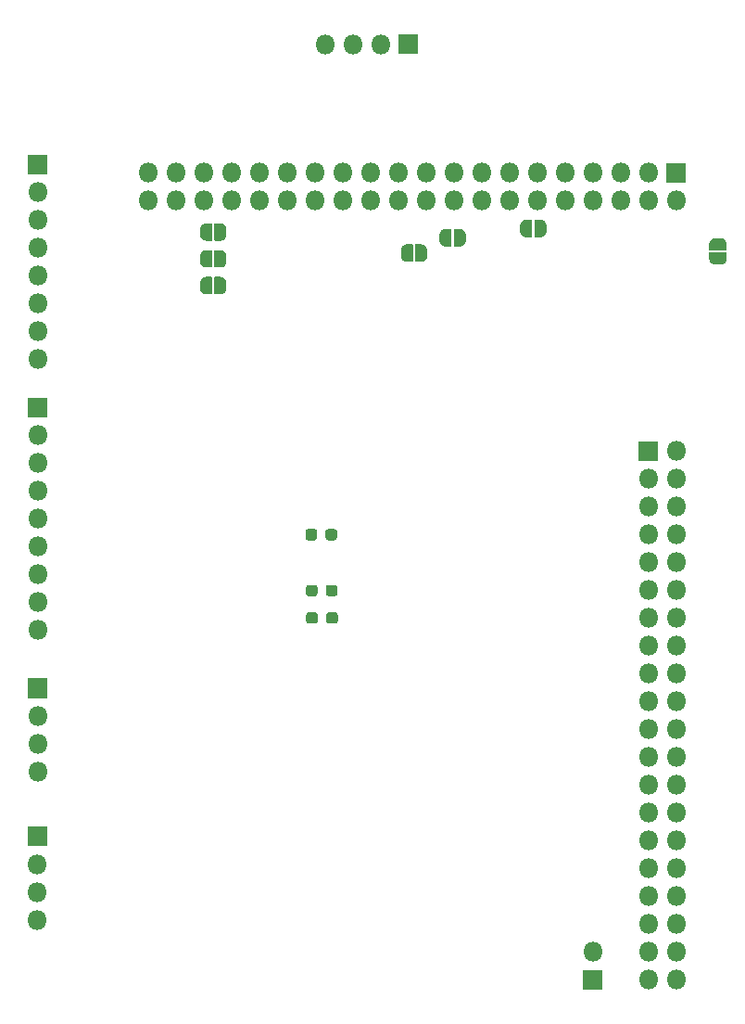
<source format=gts>
G04 #@! TF.GenerationSoftware,KiCad,Pcbnew,(5.1.10-1-10_14)*
G04 #@! TF.CreationDate,2021-10-14T13:31:25-04:00*
G04 #@! TF.ProjectId,TR108 Mainboard,54523130-3820-44d6-9169-6e626f617264,1*
G04 #@! TF.SameCoordinates,Original*
G04 #@! TF.FileFunction,Soldermask,Top*
G04 #@! TF.FilePolarity,Negative*
%FSLAX46Y46*%
G04 Gerber Fmt 4.6, Leading zero omitted, Abs format (unit mm)*
G04 Created by KiCad (PCBNEW (5.1.10-1-10_14)) date 2021-10-14 13:31:25*
%MOMM*%
%LPD*%
G01*
G04 APERTURE LIST*
%ADD10O,1.801600X1.801600*%
%ADD11C,0.100000*%
G04 APERTURE END LIST*
D10*
X130454238Y-49200000D03*
X132994238Y-49200000D03*
X135534238Y-49200000D03*
G36*
G01*
X137224238Y-48299200D02*
X138924238Y-48299200D01*
G75*
G02*
X138975038Y-48350000I0J-50800D01*
G01*
X138975038Y-50050000D01*
G75*
G02*
X138924238Y-50100800I-50800J0D01*
G01*
X137224238Y-50100800D01*
G75*
G02*
X137173438Y-50050000I0J50800D01*
G01*
X137173438Y-48350000D01*
G75*
G02*
X137224238Y-48299200I50800J0D01*
G01*
G37*
X104190800Y-129146300D03*
X104190800Y-126606300D03*
X104190800Y-124066300D03*
G36*
G01*
X103290000Y-122376300D02*
X103290000Y-120676300D01*
G75*
G02*
X103340800Y-120625500I50800J0D01*
G01*
X105040800Y-120625500D01*
G75*
G02*
X105091600Y-120676300I0J-50800D01*
G01*
X105091600Y-122376300D01*
G75*
G02*
X105040800Y-122427100I-50800J0D01*
G01*
X103340800Y-122427100D01*
G75*
G02*
X103290000Y-122376300I0J50800D01*
G01*
G37*
D11*
G36*
X139256113Y-67474802D02*
G01*
X139274534Y-67474802D01*
X139279514Y-67475047D01*
X139328345Y-67479857D01*
X139333275Y-67480588D01*
X139381400Y-67490160D01*
X139386237Y-67491372D01*
X139433192Y-67505616D01*
X139437885Y-67507295D01*
X139483218Y-67526072D01*
X139487726Y-67528204D01*
X139530999Y-67551335D01*
X139535273Y-67553897D01*
X139576072Y-67581157D01*
X139580077Y-67584127D01*
X139618006Y-67615255D01*
X139621700Y-67618603D01*
X139656397Y-67653300D01*
X139659745Y-67656994D01*
X139690873Y-67694923D01*
X139693843Y-67698928D01*
X139721103Y-67739727D01*
X139723665Y-67744001D01*
X139746796Y-67787274D01*
X139748928Y-67791782D01*
X139767705Y-67837115D01*
X139769384Y-67841808D01*
X139783628Y-67888763D01*
X139784840Y-67893600D01*
X139794412Y-67941725D01*
X139795143Y-67946655D01*
X139799953Y-67995486D01*
X139800198Y-68000466D01*
X139800198Y-68018887D01*
X139800800Y-68025000D01*
X139800800Y-68525000D01*
X139800198Y-68531113D01*
X139800198Y-68549534D01*
X139799953Y-68554514D01*
X139795143Y-68603345D01*
X139794412Y-68608275D01*
X139784840Y-68656400D01*
X139783628Y-68661237D01*
X139769384Y-68708192D01*
X139767705Y-68712885D01*
X139748928Y-68758218D01*
X139746796Y-68762726D01*
X139723665Y-68805999D01*
X139721103Y-68810273D01*
X139693843Y-68851072D01*
X139690873Y-68855077D01*
X139659745Y-68893006D01*
X139656397Y-68896700D01*
X139621700Y-68931397D01*
X139618006Y-68934745D01*
X139580077Y-68965873D01*
X139576072Y-68968843D01*
X139535273Y-68996103D01*
X139530999Y-68998665D01*
X139487726Y-69021796D01*
X139483218Y-69023928D01*
X139437885Y-69042705D01*
X139433192Y-69044384D01*
X139386237Y-69058628D01*
X139381400Y-69059840D01*
X139333275Y-69069412D01*
X139328345Y-69070143D01*
X139279514Y-69074953D01*
X139274534Y-69075198D01*
X139256113Y-69075198D01*
X139250000Y-69075800D01*
X138750000Y-69075800D01*
X138740089Y-69074824D01*
X138730560Y-69071933D01*
X138721777Y-69067239D01*
X138714079Y-69060921D01*
X138707761Y-69053223D01*
X138703067Y-69044440D01*
X138700176Y-69034911D01*
X138699200Y-69025000D01*
X138699200Y-67525000D01*
X138700176Y-67515089D01*
X138703067Y-67505560D01*
X138707761Y-67496777D01*
X138714079Y-67489079D01*
X138721777Y-67482761D01*
X138730560Y-67478067D01*
X138740089Y-67475176D01*
X138750000Y-67474200D01*
X139250000Y-67474200D01*
X139256113Y-67474802D01*
G37*
G36*
X138459911Y-67475176D02*
G01*
X138469440Y-67478067D01*
X138478223Y-67482761D01*
X138485921Y-67489079D01*
X138492239Y-67496777D01*
X138496933Y-67505560D01*
X138499824Y-67515089D01*
X138500800Y-67525000D01*
X138500800Y-69025000D01*
X138499824Y-69034911D01*
X138496933Y-69044440D01*
X138492239Y-69053223D01*
X138485921Y-69060921D01*
X138478223Y-69067239D01*
X138469440Y-69071933D01*
X138459911Y-69074824D01*
X138450000Y-69075800D01*
X137950000Y-69075800D01*
X137943887Y-69075198D01*
X137925466Y-69075198D01*
X137920486Y-69074953D01*
X137871655Y-69070143D01*
X137866725Y-69069412D01*
X137818600Y-69059840D01*
X137813763Y-69058628D01*
X137766808Y-69044384D01*
X137762115Y-69042705D01*
X137716782Y-69023928D01*
X137712274Y-69021796D01*
X137669001Y-68998665D01*
X137664727Y-68996103D01*
X137623928Y-68968843D01*
X137619923Y-68965873D01*
X137581994Y-68934745D01*
X137578300Y-68931397D01*
X137543603Y-68896700D01*
X137540255Y-68893006D01*
X137509127Y-68855077D01*
X137506157Y-68851072D01*
X137478897Y-68810273D01*
X137476335Y-68805999D01*
X137453204Y-68762726D01*
X137451072Y-68758218D01*
X137432295Y-68712885D01*
X137430616Y-68708192D01*
X137416372Y-68661237D01*
X137415160Y-68656400D01*
X137405588Y-68608275D01*
X137404857Y-68603345D01*
X137400047Y-68554514D01*
X137399802Y-68549534D01*
X137399802Y-68531113D01*
X137399200Y-68525000D01*
X137399200Y-68025000D01*
X137399802Y-68018887D01*
X137399802Y-68000466D01*
X137400047Y-67995486D01*
X137404857Y-67946655D01*
X137405588Y-67941725D01*
X137415160Y-67893600D01*
X137416372Y-67888763D01*
X137430616Y-67841808D01*
X137432295Y-67837115D01*
X137451072Y-67791782D01*
X137453204Y-67787274D01*
X137476335Y-67744001D01*
X137478897Y-67739727D01*
X137506157Y-67698928D01*
X137509127Y-67694923D01*
X137540255Y-67656994D01*
X137543603Y-67653300D01*
X137578300Y-67618603D01*
X137581994Y-67615255D01*
X137619923Y-67584127D01*
X137623928Y-67581157D01*
X137664727Y-67553897D01*
X137669001Y-67551335D01*
X137712274Y-67528204D01*
X137716782Y-67526072D01*
X137762115Y-67507295D01*
X137766808Y-67505616D01*
X137813763Y-67491372D01*
X137818600Y-67490160D01*
X137866725Y-67480588D01*
X137871655Y-67479857D01*
X137920486Y-67475047D01*
X137925466Y-67474802D01*
X137943887Y-67474802D01*
X137950000Y-67474200D01*
X138450000Y-67474200D01*
X138459911Y-67475176D01*
G37*
G36*
X141468887Y-67675198D02*
G01*
X141450466Y-67675198D01*
X141445486Y-67674953D01*
X141396655Y-67670143D01*
X141391725Y-67669412D01*
X141343600Y-67659840D01*
X141338763Y-67658628D01*
X141291808Y-67644384D01*
X141287115Y-67642705D01*
X141241782Y-67623928D01*
X141237274Y-67621796D01*
X141194001Y-67598665D01*
X141189727Y-67596103D01*
X141148928Y-67568843D01*
X141144923Y-67565873D01*
X141106994Y-67534745D01*
X141103300Y-67531397D01*
X141068603Y-67496700D01*
X141065255Y-67493006D01*
X141034127Y-67455077D01*
X141031157Y-67451072D01*
X141003897Y-67410273D01*
X141001335Y-67405999D01*
X140978204Y-67362726D01*
X140976072Y-67358218D01*
X140957295Y-67312885D01*
X140955616Y-67308192D01*
X140941372Y-67261237D01*
X140940160Y-67256400D01*
X140930588Y-67208275D01*
X140929857Y-67203345D01*
X140925047Y-67154514D01*
X140924802Y-67149534D01*
X140924802Y-67131113D01*
X140924200Y-67125000D01*
X140924200Y-66625000D01*
X140924802Y-66618887D01*
X140924802Y-66600466D01*
X140925047Y-66595486D01*
X140929857Y-66546655D01*
X140930588Y-66541725D01*
X140940160Y-66493600D01*
X140941372Y-66488763D01*
X140955616Y-66441808D01*
X140957295Y-66437115D01*
X140976072Y-66391782D01*
X140978204Y-66387274D01*
X141001335Y-66344001D01*
X141003897Y-66339727D01*
X141031157Y-66298928D01*
X141034127Y-66294923D01*
X141065255Y-66256994D01*
X141068603Y-66253300D01*
X141103300Y-66218603D01*
X141106994Y-66215255D01*
X141144923Y-66184127D01*
X141148928Y-66181157D01*
X141189727Y-66153897D01*
X141194001Y-66151335D01*
X141237274Y-66128204D01*
X141241782Y-66126072D01*
X141287115Y-66107295D01*
X141291808Y-66105616D01*
X141338763Y-66091372D01*
X141343600Y-66090160D01*
X141391725Y-66080588D01*
X141396655Y-66079857D01*
X141445486Y-66075047D01*
X141450466Y-66074802D01*
X141468887Y-66074802D01*
X141475000Y-66074200D01*
X141975000Y-66074200D01*
X141984911Y-66075176D01*
X141994440Y-66078067D01*
X142003223Y-66082761D01*
X142010921Y-66089079D01*
X142017239Y-66096777D01*
X142021933Y-66105560D01*
X142024824Y-66115089D01*
X142025800Y-66125000D01*
X142025800Y-67625000D01*
X142024824Y-67634911D01*
X142021933Y-67644440D01*
X142017239Y-67653223D01*
X142010921Y-67660921D01*
X142003223Y-67667239D01*
X141994440Y-67671933D01*
X141984911Y-67674824D01*
X141975000Y-67675800D01*
X141475000Y-67675800D01*
X141468887Y-67675198D01*
G37*
G36*
X142265089Y-67674824D02*
G01*
X142255560Y-67671933D01*
X142246777Y-67667239D01*
X142239079Y-67660921D01*
X142232761Y-67653223D01*
X142228067Y-67644440D01*
X142225176Y-67634911D01*
X142224200Y-67625000D01*
X142224200Y-66125000D01*
X142225176Y-66115089D01*
X142228067Y-66105560D01*
X142232761Y-66096777D01*
X142239079Y-66089079D01*
X142246777Y-66082761D01*
X142255560Y-66078067D01*
X142265089Y-66075176D01*
X142275000Y-66074200D01*
X142775000Y-66074200D01*
X142781113Y-66074802D01*
X142799534Y-66074802D01*
X142804514Y-66075047D01*
X142853345Y-66079857D01*
X142858275Y-66080588D01*
X142906400Y-66090160D01*
X142911237Y-66091372D01*
X142958192Y-66105616D01*
X142962885Y-66107295D01*
X143008218Y-66126072D01*
X143012726Y-66128204D01*
X143055999Y-66151335D01*
X143060273Y-66153897D01*
X143101072Y-66181157D01*
X143105077Y-66184127D01*
X143143006Y-66215255D01*
X143146700Y-66218603D01*
X143181397Y-66253300D01*
X143184745Y-66256994D01*
X143215873Y-66294923D01*
X143218843Y-66298928D01*
X143246103Y-66339727D01*
X143248665Y-66344001D01*
X143271796Y-66387274D01*
X143273928Y-66391782D01*
X143292705Y-66437115D01*
X143294384Y-66441808D01*
X143308628Y-66488763D01*
X143309840Y-66493600D01*
X143319412Y-66541725D01*
X143320143Y-66546655D01*
X143324953Y-66595486D01*
X143325198Y-66600466D01*
X143325198Y-66618887D01*
X143325800Y-66625000D01*
X143325800Y-67125000D01*
X143325198Y-67131113D01*
X143325198Y-67149534D01*
X143324953Y-67154514D01*
X143320143Y-67203345D01*
X143319412Y-67208275D01*
X143309840Y-67256400D01*
X143308628Y-67261237D01*
X143294384Y-67308192D01*
X143292705Y-67312885D01*
X143273928Y-67358218D01*
X143271796Y-67362726D01*
X143248665Y-67405999D01*
X143246103Y-67410273D01*
X143218843Y-67451072D01*
X143215873Y-67455077D01*
X143184745Y-67493006D01*
X143181397Y-67496700D01*
X143146700Y-67531397D01*
X143143006Y-67534745D01*
X143105077Y-67565873D01*
X143101072Y-67568843D01*
X143060273Y-67596103D01*
X143055999Y-67598665D01*
X143012726Y-67621796D01*
X143008218Y-67623928D01*
X142962885Y-67642705D01*
X142958192Y-67644384D01*
X142911237Y-67658628D01*
X142906400Y-67659840D01*
X142858275Y-67669412D01*
X142853345Y-67670143D01*
X142804514Y-67674953D01*
X142799534Y-67675198D01*
X142781113Y-67675198D01*
X142775000Y-67675800D01*
X142275000Y-67675800D01*
X142265089Y-67674824D01*
G37*
G36*
X165569802Y-67468887D02*
G01*
X165569802Y-67450466D01*
X165570047Y-67445486D01*
X165574857Y-67396655D01*
X165575588Y-67391725D01*
X165585160Y-67343600D01*
X165586372Y-67338763D01*
X165600616Y-67291808D01*
X165602295Y-67287115D01*
X165621072Y-67241782D01*
X165623204Y-67237274D01*
X165646335Y-67194001D01*
X165648897Y-67189727D01*
X165676157Y-67148928D01*
X165679127Y-67144923D01*
X165710255Y-67106994D01*
X165713603Y-67103300D01*
X165748300Y-67068603D01*
X165751994Y-67065255D01*
X165789923Y-67034127D01*
X165793928Y-67031157D01*
X165834727Y-67003897D01*
X165839001Y-67001335D01*
X165882274Y-66978204D01*
X165886782Y-66976072D01*
X165932115Y-66957295D01*
X165936808Y-66955616D01*
X165983763Y-66941372D01*
X165988600Y-66940160D01*
X166036725Y-66930588D01*
X166041655Y-66929857D01*
X166090486Y-66925047D01*
X166095466Y-66924802D01*
X166113887Y-66924802D01*
X166120000Y-66924200D01*
X166620000Y-66924200D01*
X166626113Y-66924802D01*
X166644534Y-66924802D01*
X166649514Y-66925047D01*
X166698345Y-66929857D01*
X166703275Y-66930588D01*
X166751400Y-66940160D01*
X166756237Y-66941372D01*
X166803192Y-66955616D01*
X166807885Y-66957295D01*
X166853218Y-66976072D01*
X166857726Y-66978204D01*
X166900999Y-67001335D01*
X166905273Y-67003897D01*
X166946072Y-67031157D01*
X166950077Y-67034127D01*
X166988006Y-67065255D01*
X166991700Y-67068603D01*
X167026397Y-67103300D01*
X167029745Y-67106994D01*
X167060873Y-67144923D01*
X167063843Y-67148928D01*
X167091103Y-67189727D01*
X167093665Y-67194001D01*
X167116796Y-67237274D01*
X167118928Y-67241782D01*
X167137705Y-67287115D01*
X167139384Y-67291808D01*
X167153628Y-67338763D01*
X167154840Y-67343600D01*
X167164412Y-67391725D01*
X167165143Y-67396655D01*
X167169953Y-67445486D01*
X167170198Y-67450466D01*
X167170198Y-67468887D01*
X167170800Y-67475000D01*
X167170800Y-67975000D01*
X167169824Y-67984911D01*
X167166933Y-67994440D01*
X167162239Y-68003223D01*
X167155921Y-68010921D01*
X167148223Y-68017239D01*
X167139440Y-68021933D01*
X167129911Y-68024824D01*
X167120000Y-68025800D01*
X165620000Y-68025800D01*
X165610089Y-68024824D01*
X165600560Y-68021933D01*
X165591777Y-68017239D01*
X165584079Y-68010921D01*
X165577761Y-68003223D01*
X165573067Y-67994440D01*
X165570176Y-67984911D01*
X165569200Y-67975000D01*
X165569200Y-67475000D01*
X165569802Y-67468887D01*
G37*
G36*
X165570176Y-68265089D02*
G01*
X165573067Y-68255560D01*
X165577761Y-68246777D01*
X165584079Y-68239079D01*
X165591777Y-68232761D01*
X165600560Y-68228067D01*
X165610089Y-68225176D01*
X165620000Y-68224200D01*
X167120000Y-68224200D01*
X167129911Y-68225176D01*
X167139440Y-68228067D01*
X167148223Y-68232761D01*
X167155921Y-68239079D01*
X167162239Y-68246777D01*
X167166933Y-68255560D01*
X167169824Y-68265089D01*
X167170800Y-68275000D01*
X167170800Y-68775000D01*
X167170198Y-68781113D01*
X167170198Y-68799534D01*
X167169953Y-68804514D01*
X167165143Y-68853345D01*
X167164412Y-68858275D01*
X167154840Y-68906400D01*
X167153628Y-68911237D01*
X167139384Y-68958192D01*
X167137705Y-68962885D01*
X167118928Y-69008218D01*
X167116796Y-69012726D01*
X167093665Y-69055999D01*
X167091103Y-69060273D01*
X167063843Y-69101072D01*
X167060873Y-69105077D01*
X167029745Y-69143006D01*
X167026397Y-69146700D01*
X166991700Y-69181397D01*
X166988006Y-69184745D01*
X166950077Y-69215873D01*
X166946072Y-69218843D01*
X166905273Y-69246103D01*
X166900999Y-69248665D01*
X166857726Y-69271796D01*
X166853218Y-69273928D01*
X166807885Y-69292705D01*
X166803192Y-69294384D01*
X166756237Y-69308628D01*
X166751400Y-69309840D01*
X166703275Y-69319412D01*
X166698345Y-69320143D01*
X166649514Y-69324953D01*
X166644534Y-69325198D01*
X166626113Y-69325198D01*
X166620000Y-69325800D01*
X166120000Y-69325800D01*
X166113887Y-69325198D01*
X166095466Y-69325198D01*
X166090486Y-69324953D01*
X166041655Y-69320143D01*
X166036725Y-69319412D01*
X165988600Y-69309840D01*
X165983763Y-69308628D01*
X165936808Y-69294384D01*
X165932115Y-69292705D01*
X165886782Y-69273928D01*
X165882274Y-69271796D01*
X165839001Y-69248665D01*
X165834727Y-69246103D01*
X165793928Y-69218843D01*
X165789923Y-69215873D01*
X165751994Y-69184745D01*
X165748300Y-69181397D01*
X165713603Y-69146700D01*
X165710255Y-69143006D01*
X165679127Y-69105077D01*
X165676157Y-69101072D01*
X165648897Y-69060273D01*
X165646335Y-69055999D01*
X165623204Y-69012726D01*
X165621072Y-69008218D01*
X165602295Y-68962885D01*
X165600616Y-68958192D01*
X165586372Y-68911237D01*
X165585160Y-68906400D01*
X165575588Y-68858275D01*
X165574857Y-68853345D01*
X165570047Y-68804514D01*
X165569802Y-68799534D01*
X165569802Y-68781113D01*
X165569200Y-68775000D01*
X165569200Y-68275000D01*
X165570176Y-68265089D01*
G37*
G36*
X148843887Y-66825198D02*
G01*
X148825466Y-66825198D01*
X148820486Y-66824953D01*
X148771655Y-66820143D01*
X148766725Y-66819412D01*
X148718600Y-66809840D01*
X148713763Y-66808628D01*
X148666808Y-66794384D01*
X148662115Y-66792705D01*
X148616782Y-66773928D01*
X148612274Y-66771796D01*
X148569001Y-66748665D01*
X148564727Y-66746103D01*
X148523928Y-66718843D01*
X148519923Y-66715873D01*
X148481994Y-66684745D01*
X148478300Y-66681397D01*
X148443603Y-66646700D01*
X148440255Y-66643006D01*
X148409127Y-66605077D01*
X148406157Y-66601072D01*
X148378897Y-66560273D01*
X148376335Y-66555999D01*
X148353204Y-66512726D01*
X148351072Y-66508218D01*
X148332295Y-66462885D01*
X148330616Y-66458192D01*
X148316372Y-66411237D01*
X148315160Y-66406400D01*
X148305588Y-66358275D01*
X148304857Y-66353345D01*
X148300047Y-66304514D01*
X148299802Y-66299534D01*
X148299802Y-66281113D01*
X148299200Y-66275000D01*
X148299200Y-65775000D01*
X148299802Y-65768887D01*
X148299802Y-65750466D01*
X148300047Y-65745486D01*
X148304857Y-65696655D01*
X148305588Y-65691725D01*
X148315160Y-65643600D01*
X148316372Y-65638763D01*
X148330616Y-65591808D01*
X148332295Y-65587115D01*
X148351072Y-65541782D01*
X148353204Y-65537274D01*
X148376335Y-65494001D01*
X148378897Y-65489727D01*
X148406157Y-65448928D01*
X148409127Y-65444923D01*
X148440255Y-65406994D01*
X148443603Y-65403300D01*
X148478300Y-65368603D01*
X148481994Y-65365255D01*
X148519923Y-65334127D01*
X148523928Y-65331157D01*
X148564727Y-65303897D01*
X148569001Y-65301335D01*
X148612274Y-65278204D01*
X148616782Y-65276072D01*
X148662115Y-65257295D01*
X148666808Y-65255616D01*
X148713763Y-65241372D01*
X148718600Y-65240160D01*
X148766725Y-65230588D01*
X148771655Y-65229857D01*
X148820486Y-65225047D01*
X148825466Y-65224802D01*
X148843887Y-65224802D01*
X148850000Y-65224200D01*
X149350000Y-65224200D01*
X149359911Y-65225176D01*
X149369440Y-65228067D01*
X149378223Y-65232761D01*
X149385921Y-65239079D01*
X149392239Y-65246777D01*
X149396933Y-65255560D01*
X149399824Y-65265089D01*
X149400800Y-65275000D01*
X149400800Y-66775000D01*
X149399824Y-66784911D01*
X149396933Y-66794440D01*
X149392239Y-66803223D01*
X149385921Y-66810921D01*
X149378223Y-66817239D01*
X149369440Y-66821933D01*
X149359911Y-66824824D01*
X149350000Y-66825800D01*
X148850000Y-66825800D01*
X148843887Y-66825198D01*
G37*
G36*
X149640089Y-66824824D02*
G01*
X149630560Y-66821933D01*
X149621777Y-66817239D01*
X149614079Y-66810921D01*
X149607761Y-66803223D01*
X149603067Y-66794440D01*
X149600176Y-66784911D01*
X149599200Y-66775000D01*
X149599200Y-65275000D01*
X149600176Y-65265089D01*
X149603067Y-65255560D01*
X149607761Y-65246777D01*
X149614079Y-65239079D01*
X149621777Y-65232761D01*
X149630560Y-65228067D01*
X149640089Y-65225176D01*
X149650000Y-65224200D01*
X150150000Y-65224200D01*
X150156113Y-65224802D01*
X150174534Y-65224802D01*
X150179514Y-65225047D01*
X150228345Y-65229857D01*
X150233275Y-65230588D01*
X150281400Y-65240160D01*
X150286237Y-65241372D01*
X150333192Y-65255616D01*
X150337885Y-65257295D01*
X150383218Y-65276072D01*
X150387726Y-65278204D01*
X150430999Y-65301335D01*
X150435273Y-65303897D01*
X150476072Y-65331157D01*
X150480077Y-65334127D01*
X150518006Y-65365255D01*
X150521700Y-65368603D01*
X150556397Y-65403300D01*
X150559745Y-65406994D01*
X150590873Y-65444923D01*
X150593843Y-65448928D01*
X150621103Y-65489727D01*
X150623665Y-65494001D01*
X150646796Y-65537274D01*
X150648928Y-65541782D01*
X150667705Y-65587115D01*
X150669384Y-65591808D01*
X150683628Y-65638763D01*
X150684840Y-65643600D01*
X150694412Y-65691725D01*
X150695143Y-65696655D01*
X150699953Y-65745486D01*
X150700198Y-65750466D01*
X150700198Y-65768887D01*
X150700800Y-65775000D01*
X150700800Y-66275000D01*
X150700198Y-66281113D01*
X150700198Y-66299534D01*
X150699953Y-66304514D01*
X150695143Y-66353345D01*
X150694412Y-66358275D01*
X150684840Y-66406400D01*
X150683628Y-66411237D01*
X150669384Y-66458192D01*
X150667705Y-66462885D01*
X150648928Y-66508218D01*
X150646796Y-66512726D01*
X150623665Y-66555999D01*
X150621103Y-66560273D01*
X150593843Y-66601072D01*
X150590873Y-66605077D01*
X150559745Y-66643006D01*
X150556397Y-66646700D01*
X150521700Y-66681397D01*
X150518006Y-66684745D01*
X150480077Y-66715873D01*
X150476072Y-66718843D01*
X150435273Y-66746103D01*
X150430999Y-66748665D01*
X150387726Y-66771796D01*
X150383218Y-66773928D01*
X150337885Y-66792705D01*
X150333192Y-66794384D01*
X150286237Y-66808628D01*
X150281400Y-66809840D01*
X150233275Y-66819412D01*
X150228345Y-66820143D01*
X150179514Y-66824953D01*
X150174534Y-66825198D01*
X150156113Y-66825198D01*
X150150000Y-66825800D01*
X149650000Y-66825800D01*
X149640089Y-66824824D01*
G37*
G36*
X119602047Y-69599638D02*
G01*
X119583626Y-69599638D01*
X119578646Y-69599393D01*
X119529815Y-69594583D01*
X119524885Y-69593852D01*
X119476760Y-69584280D01*
X119471923Y-69583068D01*
X119424968Y-69568824D01*
X119420275Y-69567145D01*
X119374942Y-69548368D01*
X119370434Y-69546236D01*
X119327161Y-69523105D01*
X119322887Y-69520543D01*
X119282088Y-69493283D01*
X119278083Y-69490313D01*
X119240154Y-69459185D01*
X119236460Y-69455837D01*
X119201763Y-69421140D01*
X119198415Y-69417446D01*
X119167287Y-69379517D01*
X119164317Y-69375512D01*
X119137057Y-69334713D01*
X119134495Y-69330439D01*
X119111364Y-69287166D01*
X119109232Y-69282658D01*
X119090455Y-69237325D01*
X119088776Y-69232632D01*
X119074532Y-69185677D01*
X119073320Y-69180840D01*
X119063748Y-69132715D01*
X119063017Y-69127785D01*
X119058207Y-69078954D01*
X119057962Y-69073974D01*
X119057962Y-69055553D01*
X119057360Y-69049440D01*
X119057360Y-68549440D01*
X119057962Y-68543327D01*
X119057962Y-68524906D01*
X119058207Y-68519926D01*
X119063017Y-68471095D01*
X119063748Y-68466165D01*
X119073320Y-68418040D01*
X119074532Y-68413203D01*
X119088776Y-68366248D01*
X119090455Y-68361555D01*
X119109232Y-68316222D01*
X119111364Y-68311714D01*
X119134495Y-68268441D01*
X119137057Y-68264167D01*
X119164317Y-68223368D01*
X119167287Y-68219363D01*
X119198415Y-68181434D01*
X119201763Y-68177740D01*
X119236460Y-68143043D01*
X119240154Y-68139695D01*
X119278083Y-68108567D01*
X119282088Y-68105597D01*
X119322887Y-68078337D01*
X119327161Y-68075775D01*
X119370434Y-68052644D01*
X119374942Y-68050512D01*
X119420275Y-68031735D01*
X119424968Y-68030056D01*
X119471923Y-68015812D01*
X119476760Y-68014600D01*
X119524885Y-68005028D01*
X119529815Y-68004297D01*
X119578646Y-67999487D01*
X119583626Y-67999242D01*
X119602047Y-67999242D01*
X119608160Y-67998640D01*
X120108160Y-67998640D01*
X120118071Y-67999616D01*
X120127600Y-68002507D01*
X120136383Y-68007201D01*
X120144081Y-68013519D01*
X120150399Y-68021217D01*
X120155093Y-68030000D01*
X120157984Y-68039529D01*
X120158960Y-68049440D01*
X120158960Y-69549440D01*
X120157984Y-69559351D01*
X120155093Y-69568880D01*
X120150399Y-69577663D01*
X120144081Y-69585361D01*
X120136383Y-69591679D01*
X120127600Y-69596373D01*
X120118071Y-69599264D01*
X120108160Y-69600240D01*
X119608160Y-69600240D01*
X119602047Y-69599638D01*
G37*
G36*
X120398249Y-69599264D02*
G01*
X120388720Y-69596373D01*
X120379937Y-69591679D01*
X120372239Y-69585361D01*
X120365921Y-69577663D01*
X120361227Y-69568880D01*
X120358336Y-69559351D01*
X120357360Y-69549440D01*
X120357360Y-68049440D01*
X120358336Y-68039529D01*
X120361227Y-68030000D01*
X120365921Y-68021217D01*
X120372239Y-68013519D01*
X120379937Y-68007201D01*
X120388720Y-68002507D01*
X120398249Y-67999616D01*
X120408160Y-67998640D01*
X120908160Y-67998640D01*
X120914273Y-67999242D01*
X120932694Y-67999242D01*
X120937674Y-67999487D01*
X120986505Y-68004297D01*
X120991435Y-68005028D01*
X121039560Y-68014600D01*
X121044397Y-68015812D01*
X121091352Y-68030056D01*
X121096045Y-68031735D01*
X121141378Y-68050512D01*
X121145886Y-68052644D01*
X121189159Y-68075775D01*
X121193433Y-68078337D01*
X121234232Y-68105597D01*
X121238237Y-68108567D01*
X121276166Y-68139695D01*
X121279860Y-68143043D01*
X121314557Y-68177740D01*
X121317905Y-68181434D01*
X121349033Y-68219363D01*
X121352003Y-68223368D01*
X121379263Y-68264167D01*
X121381825Y-68268441D01*
X121404956Y-68311714D01*
X121407088Y-68316222D01*
X121425865Y-68361555D01*
X121427544Y-68366248D01*
X121441788Y-68413203D01*
X121443000Y-68418040D01*
X121452572Y-68466165D01*
X121453303Y-68471095D01*
X121458113Y-68519926D01*
X121458358Y-68524906D01*
X121458358Y-68543327D01*
X121458960Y-68549440D01*
X121458960Y-69049440D01*
X121458358Y-69055553D01*
X121458358Y-69073974D01*
X121458113Y-69078954D01*
X121453303Y-69127785D01*
X121452572Y-69132715D01*
X121443000Y-69180840D01*
X121441788Y-69185677D01*
X121427544Y-69232632D01*
X121425865Y-69237325D01*
X121407088Y-69282658D01*
X121404956Y-69287166D01*
X121381825Y-69330439D01*
X121379263Y-69334713D01*
X121352003Y-69375512D01*
X121349033Y-69379517D01*
X121317905Y-69417446D01*
X121314557Y-69421140D01*
X121279860Y-69455837D01*
X121276166Y-69459185D01*
X121238237Y-69490313D01*
X121234232Y-69493283D01*
X121193433Y-69520543D01*
X121189159Y-69523105D01*
X121145886Y-69546236D01*
X121141378Y-69548368D01*
X121096045Y-69567145D01*
X121091352Y-69568824D01*
X121044397Y-69583068D01*
X121039560Y-69584280D01*
X120991435Y-69593852D01*
X120986505Y-69594583D01*
X120937674Y-69599393D01*
X120932694Y-69599638D01*
X120914273Y-69599638D01*
X120908160Y-69600240D01*
X120408160Y-69600240D01*
X120398249Y-69599264D01*
G37*
G36*
X119597647Y-72047198D02*
G01*
X119579226Y-72047198D01*
X119574246Y-72046953D01*
X119525415Y-72042143D01*
X119520485Y-72041412D01*
X119472360Y-72031840D01*
X119467523Y-72030628D01*
X119420568Y-72016384D01*
X119415875Y-72014705D01*
X119370542Y-71995928D01*
X119366034Y-71993796D01*
X119322761Y-71970665D01*
X119318487Y-71968103D01*
X119277688Y-71940843D01*
X119273683Y-71937873D01*
X119235754Y-71906745D01*
X119232060Y-71903397D01*
X119197363Y-71868700D01*
X119194015Y-71865006D01*
X119162887Y-71827077D01*
X119159917Y-71823072D01*
X119132657Y-71782273D01*
X119130095Y-71777999D01*
X119106964Y-71734726D01*
X119104832Y-71730218D01*
X119086055Y-71684885D01*
X119084376Y-71680192D01*
X119070132Y-71633237D01*
X119068920Y-71628400D01*
X119059348Y-71580275D01*
X119058617Y-71575345D01*
X119053807Y-71526514D01*
X119053562Y-71521534D01*
X119053562Y-71503113D01*
X119052960Y-71497000D01*
X119052960Y-70997000D01*
X119053562Y-70990887D01*
X119053562Y-70972466D01*
X119053807Y-70967486D01*
X119058617Y-70918655D01*
X119059348Y-70913725D01*
X119068920Y-70865600D01*
X119070132Y-70860763D01*
X119084376Y-70813808D01*
X119086055Y-70809115D01*
X119104832Y-70763782D01*
X119106964Y-70759274D01*
X119130095Y-70716001D01*
X119132657Y-70711727D01*
X119159917Y-70670928D01*
X119162887Y-70666923D01*
X119194015Y-70628994D01*
X119197363Y-70625300D01*
X119232060Y-70590603D01*
X119235754Y-70587255D01*
X119273683Y-70556127D01*
X119277688Y-70553157D01*
X119318487Y-70525897D01*
X119322761Y-70523335D01*
X119366034Y-70500204D01*
X119370542Y-70498072D01*
X119415875Y-70479295D01*
X119420568Y-70477616D01*
X119467523Y-70463372D01*
X119472360Y-70462160D01*
X119520485Y-70452588D01*
X119525415Y-70451857D01*
X119574246Y-70447047D01*
X119579226Y-70446802D01*
X119597647Y-70446802D01*
X119603760Y-70446200D01*
X120103760Y-70446200D01*
X120113671Y-70447176D01*
X120123200Y-70450067D01*
X120131983Y-70454761D01*
X120139681Y-70461079D01*
X120145999Y-70468777D01*
X120150693Y-70477560D01*
X120153584Y-70487089D01*
X120154560Y-70497000D01*
X120154560Y-71997000D01*
X120153584Y-72006911D01*
X120150693Y-72016440D01*
X120145999Y-72025223D01*
X120139681Y-72032921D01*
X120131983Y-72039239D01*
X120123200Y-72043933D01*
X120113671Y-72046824D01*
X120103760Y-72047800D01*
X119603760Y-72047800D01*
X119597647Y-72047198D01*
G37*
G36*
X120393849Y-72046824D02*
G01*
X120384320Y-72043933D01*
X120375537Y-72039239D01*
X120367839Y-72032921D01*
X120361521Y-72025223D01*
X120356827Y-72016440D01*
X120353936Y-72006911D01*
X120352960Y-71997000D01*
X120352960Y-70497000D01*
X120353936Y-70487089D01*
X120356827Y-70477560D01*
X120361521Y-70468777D01*
X120367839Y-70461079D01*
X120375537Y-70454761D01*
X120384320Y-70450067D01*
X120393849Y-70447176D01*
X120403760Y-70446200D01*
X120903760Y-70446200D01*
X120909873Y-70446802D01*
X120928294Y-70446802D01*
X120933274Y-70447047D01*
X120982105Y-70451857D01*
X120987035Y-70452588D01*
X121035160Y-70462160D01*
X121039997Y-70463372D01*
X121086952Y-70477616D01*
X121091645Y-70479295D01*
X121136978Y-70498072D01*
X121141486Y-70500204D01*
X121184759Y-70523335D01*
X121189033Y-70525897D01*
X121229832Y-70553157D01*
X121233837Y-70556127D01*
X121271766Y-70587255D01*
X121275460Y-70590603D01*
X121310157Y-70625300D01*
X121313505Y-70628994D01*
X121344633Y-70666923D01*
X121347603Y-70670928D01*
X121374863Y-70711727D01*
X121377425Y-70716001D01*
X121400556Y-70759274D01*
X121402688Y-70763782D01*
X121421465Y-70809115D01*
X121423144Y-70813808D01*
X121437388Y-70860763D01*
X121438600Y-70865600D01*
X121448172Y-70913725D01*
X121448903Y-70918655D01*
X121453713Y-70967486D01*
X121453958Y-70972466D01*
X121453958Y-70990887D01*
X121454560Y-70997000D01*
X121454560Y-71497000D01*
X121453958Y-71503113D01*
X121453958Y-71521534D01*
X121453713Y-71526514D01*
X121448903Y-71575345D01*
X121448172Y-71580275D01*
X121438600Y-71628400D01*
X121437388Y-71633237D01*
X121423144Y-71680192D01*
X121421465Y-71684885D01*
X121402688Y-71730218D01*
X121400556Y-71734726D01*
X121377425Y-71777999D01*
X121374863Y-71782273D01*
X121347603Y-71823072D01*
X121344633Y-71827077D01*
X121313505Y-71865006D01*
X121310157Y-71868700D01*
X121275460Y-71903397D01*
X121271766Y-71906745D01*
X121233837Y-71937873D01*
X121229832Y-71940843D01*
X121189033Y-71968103D01*
X121184759Y-71970665D01*
X121141486Y-71993796D01*
X121136978Y-71995928D01*
X121091645Y-72014705D01*
X121086952Y-72016384D01*
X121039997Y-72030628D01*
X121035160Y-72031840D01*
X120987035Y-72041412D01*
X120982105Y-72042143D01*
X120933274Y-72046953D01*
X120928294Y-72047198D01*
X120909873Y-72047198D01*
X120903760Y-72047800D01*
X120403760Y-72047800D01*
X120393849Y-72046824D01*
G37*
G36*
X119602047Y-67152078D02*
G01*
X119583626Y-67152078D01*
X119578646Y-67151833D01*
X119529815Y-67147023D01*
X119524885Y-67146292D01*
X119476760Y-67136720D01*
X119471923Y-67135508D01*
X119424968Y-67121264D01*
X119420275Y-67119585D01*
X119374942Y-67100808D01*
X119370434Y-67098676D01*
X119327161Y-67075545D01*
X119322887Y-67072983D01*
X119282088Y-67045723D01*
X119278083Y-67042753D01*
X119240154Y-67011625D01*
X119236460Y-67008277D01*
X119201763Y-66973580D01*
X119198415Y-66969886D01*
X119167287Y-66931957D01*
X119164317Y-66927952D01*
X119137057Y-66887153D01*
X119134495Y-66882879D01*
X119111364Y-66839606D01*
X119109232Y-66835098D01*
X119090455Y-66789765D01*
X119088776Y-66785072D01*
X119074532Y-66738117D01*
X119073320Y-66733280D01*
X119063748Y-66685155D01*
X119063017Y-66680225D01*
X119058207Y-66631394D01*
X119057962Y-66626414D01*
X119057962Y-66607993D01*
X119057360Y-66601880D01*
X119057360Y-66101880D01*
X119057962Y-66095767D01*
X119057962Y-66077346D01*
X119058207Y-66072366D01*
X119063017Y-66023535D01*
X119063748Y-66018605D01*
X119073320Y-65970480D01*
X119074532Y-65965643D01*
X119088776Y-65918688D01*
X119090455Y-65913995D01*
X119109232Y-65868662D01*
X119111364Y-65864154D01*
X119134495Y-65820881D01*
X119137057Y-65816607D01*
X119164317Y-65775808D01*
X119167287Y-65771803D01*
X119198415Y-65733874D01*
X119201763Y-65730180D01*
X119236460Y-65695483D01*
X119240154Y-65692135D01*
X119278083Y-65661007D01*
X119282088Y-65658037D01*
X119322887Y-65630777D01*
X119327161Y-65628215D01*
X119370434Y-65605084D01*
X119374942Y-65602952D01*
X119420275Y-65584175D01*
X119424968Y-65582496D01*
X119471923Y-65568252D01*
X119476760Y-65567040D01*
X119524885Y-65557468D01*
X119529815Y-65556737D01*
X119578646Y-65551927D01*
X119583626Y-65551682D01*
X119602047Y-65551682D01*
X119608160Y-65551080D01*
X120108160Y-65551080D01*
X120118071Y-65552056D01*
X120127600Y-65554947D01*
X120136383Y-65559641D01*
X120144081Y-65565959D01*
X120150399Y-65573657D01*
X120155093Y-65582440D01*
X120157984Y-65591969D01*
X120158960Y-65601880D01*
X120158960Y-67101880D01*
X120157984Y-67111791D01*
X120155093Y-67121320D01*
X120150399Y-67130103D01*
X120144081Y-67137801D01*
X120136383Y-67144119D01*
X120127600Y-67148813D01*
X120118071Y-67151704D01*
X120108160Y-67152680D01*
X119608160Y-67152680D01*
X119602047Y-67152078D01*
G37*
G36*
X120398249Y-67151704D02*
G01*
X120388720Y-67148813D01*
X120379937Y-67144119D01*
X120372239Y-67137801D01*
X120365921Y-67130103D01*
X120361227Y-67121320D01*
X120358336Y-67111791D01*
X120357360Y-67101880D01*
X120357360Y-65601880D01*
X120358336Y-65591969D01*
X120361227Y-65582440D01*
X120365921Y-65573657D01*
X120372239Y-65565959D01*
X120379937Y-65559641D01*
X120388720Y-65554947D01*
X120398249Y-65552056D01*
X120408160Y-65551080D01*
X120908160Y-65551080D01*
X120914273Y-65551682D01*
X120932694Y-65551682D01*
X120937674Y-65551927D01*
X120986505Y-65556737D01*
X120991435Y-65557468D01*
X121039560Y-65567040D01*
X121044397Y-65568252D01*
X121091352Y-65582496D01*
X121096045Y-65584175D01*
X121141378Y-65602952D01*
X121145886Y-65605084D01*
X121189159Y-65628215D01*
X121193433Y-65630777D01*
X121234232Y-65658037D01*
X121238237Y-65661007D01*
X121276166Y-65692135D01*
X121279860Y-65695483D01*
X121314557Y-65730180D01*
X121317905Y-65733874D01*
X121349033Y-65771803D01*
X121352003Y-65775808D01*
X121379263Y-65816607D01*
X121381825Y-65820881D01*
X121404956Y-65864154D01*
X121407088Y-65868662D01*
X121425865Y-65913995D01*
X121427544Y-65918688D01*
X121441788Y-65965643D01*
X121443000Y-65970480D01*
X121452572Y-66018605D01*
X121453303Y-66023535D01*
X121458113Y-66072366D01*
X121458358Y-66077346D01*
X121458358Y-66095767D01*
X121458960Y-66101880D01*
X121458960Y-66601880D01*
X121458358Y-66607993D01*
X121458358Y-66626414D01*
X121458113Y-66631394D01*
X121453303Y-66680225D01*
X121452572Y-66685155D01*
X121443000Y-66733280D01*
X121441788Y-66738117D01*
X121427544Y-66785072D01*
X121425865Y-66789765D01*
X121407088Y-66835098D01*
X121404956Y-66839606D01*
X121381825Y-66882879D01*
X121379263Y-66887153D01*
X121352003Y-66927952D01*
X121349033Y-66931957D01*
X121317905Y-66969886D01*
X121314557Y-66973580D01*
X121279860Y-67008277D01*
X121276166Y-67011625D01*
X121238237Y-67042753D01*
X121234232Y-67045723D01*
X121193433Y-67072983D01*
X121189159Y-67075545D01*
X121145886Y-67098676D01*
X121141378Y-67100808D01*
X121096045Y-67119585D01*
X121091352Y-67121264D01*
X121044397Y-67135508D01*
X121039560Y-67136720D01*
X120991435Y-67146292D01*
X120986505Y-67147023D01*
X120937674Y-67151833D01*
X120932694Y-67152078D01*
X120914273Y-67152078D01*
X120908160Y-67152680D01*
X120408160Y-67152680D01*
X120398249Y-67151704D01*
G37*
D10*
X104200000Y-77980000D03*
X104200000Y-75440000D03*
X104200000Y-72900000D03*
X104200000Y-70360000D03*
X104200000Y-67820000D03*
X104200000Y-65280000D03*
X104200000Y-62740000D03*
G36*
G01*
X103299200Y-61050000D02*
X103299200Y-59350000D01*
G75*
G02*
X103350000Y-59299200I50800J0D01*
G01*
X105050000Y-59299200D01*
G75*
G02*
X105100800Y-59350000I0J-50800D01*
G01*
X105100800Y-61050000D01*
G75*
G02*
X105050000Y-61100800I-50800J0D01*
G01*
X103350000Y-61100800D01*
G75*
G02*
X103299200Y-61050000I0J50800D01*
G01*
G37*
G36*
G01*
X130498400Y-94242900D02*
X130498400Y-93717100D01*
G75*
G02*
X130761300Y-93454200I262900J0D01*
G01*
X131312100Y-93454200D01*
G75*
G02*
X131575000Y-93717100I0J-262900D01*
G01*
X131575000Y-94242900D01*
G75*
G02*
X131312100Y-94505800I-262900J0D01*
G01*
X130761300Y-94505800D01*
G75*
G02*
X130498400Y-94242900I0J262900D01*
G01*
G37*
G36*
G01*
X128673400Y-94242900D02*
X128673400Y-93717100D01*
G75*
G02*
X128936300Y-93454200I262900J0D01*
G01*
X129487100Y-93454200D01*
G75*
G02*
X129750000Y-93717100I0J-262900D01*
G01*
X129750000Y-94242900D01*
G75*
G02*
X129487100Y-94505800I-262900J0D01*
G01*
X128936300Y-94505800D01*
G75*
G02*
X128673400Y-94242900I0J262900D01*
G01*
G37*
G36*
G01*
X129811600Y-101324400D02*
X129811600Y-101850200D01*
G75*
G02*
X129548700Y-102113100I-262900J0D01*
G01*
X128997900Y-102113100D01*
G75*
G02*
X128735000Y-101850200I0J262900D01*
G01*
X128735000Y-101324400D01*
G75*
G02*
X128997900Y-101061500I262900J0D01*
G01*
X129548700Y-101061500D01*
G75*
G02*
X129811600Y-101324400I0J-262900D01*
G01*
G37*
G36*
G01*
X131636600Y-101324400D02*
X131636600Y-101850200D01*
G75*
G02*
X131373700Y-102113100I-262900J0D01*
G01*
X130822900Y-102113100D01*
G75*
G02*
X130560000Y-101850200I0J262900D01*
G01*
X130560000Y-101324400D01*
G75*
G02*
X130822900Y-101061500I262900J0D01*
G01*
X131373700Y-101061500D01*
G75*
G02*
X131636600Y-101324400I0J-262900D01*
G01*
G37*
G36*
G01*
X129788100Y-98822500D02*
X129788100Y-99348300D01*
G75*
G02*
X129525200Y-99611200I-262900J0D01*
G01*
X128974400Y-99611200D01*
G75*
G02*
X128711500Y-99348300I0J262900D01*
G01*
X128711500Y-98822500D01*
G75*
G02*
X128974400Y-98559600I262900J0D01*
G01*
X129525200Y-98559600D01*
G75*
G02*
X129788100Y-98822500I0J-262900D01*
G01*
G37*
G36*
G01*
X131613100Y-98822500D02*
X131613100Y-99348300D01*
G75*
G02*
X131350200Y-99611200I-262900J0D01*
G01*
X130799400Y-99611200D01*
G75*
G02*
X130536500Y-99348300I0J262900D01*
G01*
X130536500Y-98822500D01*
G75*
G02*
X130799400Y-98559600I262900J0D01*
G01*
X131350200Y-98559600D01*
G75*
G02*
X131613100Y-98822500I0J-262900D01*
G01*
G37*
X154940000Y-132080000D03*
G36*
G01*
X155840800Y-133770000D02*
X155840800Y-135470000D01*
G75*
G02*
X155790000Y-135520800I-50800J0D01*
G01*
X154090000Y-135520800D01*
G75*
G02*
X154039200Y-135470000I0J50800D01*
G01*
X154039200Y-133770000D01*
G75*
G02*
X154090000Y-133719200I50800J0D01*
G01*
X155790000Y-133719200D01*
G75*
G02*
X155840800Y-133770000I0J-50800D01*
G01*
G37*
X104200000Y-102695000D03*
X104200000Y-100155000D03*
X104200000Y-97615000D03*
X104200000Y-95075000D03*
X104200000Y-92535000D03*
X104200000Y-89995000D03*
X104200000Y-87455000D03*
X104200000Y-84915000D03*
G36*
G01*
X103299200Y-83225000D02*
X103299200Y-81525000D01*
G75*
G02*
X103350000Y-81474200I50800J0D01*
G01*
X105050000Y-81474200D01*
G75*
G02*
X105100800Y-81525000I0J-50800D01*
G01*
X105100800Y-83225000D01*
G75*
G02*
X105050000Y-83275800I-50800J0D01*
G01*
X103350000Y-83275800D01*
G75*
G02*
X103299200Y-83225000I0J50800D01*
G01*
G37*
X104200000Y-115620000D03*
X104200000Y-113080000D03*
X104200000Y-110540000D03*
G36*
G01*
X103299200Y-108850000D02*
X103299200Y-107150000D01*
G75*
G02*
X103350000Y-107099200I50800J0D01*
G01*
X105050000Y-107099200D01*
G75*
G02*
X105100800Y-107150000I0J-50800D01*
G01*
X105100800Y-108850000D01*
G75*
G02*
X105050000Y-108900800I-50800J0D01*
G01*
X103350000Y-108900800D01*
G75*
G02*
X103299200Y-108850000I0J50800D01*
G01*
G37*
X114300000Y-63500000D03*
X114300000Y-60960000D03*
X116840000Y-63500000D03*
X116840000Y-60960000D03*
X119380000Y-63500000D03*
X119380000Y-60960000D03*
X121920000Y-63500000D03*
X121920000Y-60960000D03*
X124460000Y-63500000D03*
X124460000Y-60960000D03*
X127000000Y-63500000D03*
X127000000Y-60960000D03*
X129540000Y-63500000D03*
X129540000Y-60960000D03*
X132080000Y-63500000D03*
X132080000Y-60960000D03*
X134620000Y-63500000D03*
X134620000Y-60960000D03*
X137160000Y-63500000D03*
X137160000Y-60960000D03*
X139700000Y-63500000D03*
X139700000Y-60960000D03*
X142240000Y-63500000D03*
X142240000Y-60960000D03*
X144780000Y-63500000D03*
X144780000Y-60960000D03*
X147320000Y-63500000D03*
X147320000Y-60960000D03*
X149860000Y-63500000D03*
X149860000Y-60960000D03*
X152400000Y-63500000D03*
X152400000Y-60960000D03*
X154940000Y-63500000D03*
X154940000Y-60960000D03*
X157480000Y-63500000D03*
X157480000Y-60960000D03*
X160020000Y-63500000D03*
X160020000Y-60960000D03*
X162560000Y-63500000D03*
G36*
G01*
X161710000Y-60059200D02*
X163410000Y-60059200D01*
G75*
G02*
X163460800Y-60110000I0J-50800D01*
G01*
X163460800Y-61810000D01*
G75*
G02*
X163410000Y-61860800I-50800J0D01*
G01*
X161710000Y-61860800D01*
G75*
G02*
X161659200Y-61810000I0J50800D01*
G01*
X161659200Y-60110000D01*
G75*
G02*
X161710000Y-60059200I50800J0D01*
G01*
G37*
X162560000Y-134620000D03*
X160020000Y-134620000D03*
X162560000Y-132080000D03*
X160020000Y-132080000D03*
X162560000Y-129540000D03*
X160020000Y-129540000D03*
X162560000Y-127000000D03*
X160020000Y-127000000D03*
X162560000Y-124460000D03*
X160020000Y-124460000D03*
X162560000Y-121920000D03*
X160020000Y-121920000D03*
X162560000Y-119380000D03*
X160020000Y-119380000D03*
X162560000Y-116840000D03*
X160020000Y-116840000D03*
X162560000Y-114300000D03*
X160020000Y-114300000D03*
X162560000Y-111760000D03*
X160020000Y-111760000D03*
X162560000Y-109220000D03*
X160020000Y-109220000D03*
X162560000Y-106680000D03*
X160020000Y-106680000D03*
X162560000Y-104140000D03*
X160020000Y-104140000D03*
X162560000Y-101600000D03*
X160020000Y-101600000D03*
X162560000Y-99060000D03*
X160020000Y-99060000D03*
X162560000Y-96520000D03*
X160020000Y-96520000D03*
X162560000Y-93980000D03*
X160020000Y-93980000D03*
X162560000Y-91440000D03*
X160020000Y-91440000D03*
X162560000Y-88900000D03*
X160020000Y-88900000D03*
X162560000Y-86360000D03*
G36*
G01*
X159119200Y-87210000D02*
X159119200Y-85510000D01*
G75*
G02*
X159170000Y-85459200I50800J0D01*
G01*
X160870000Y-85459200D01*
G75*
G02*
X160920800Y-85510000I0J-50800D01*
G01*
X160920800Y-87210000D01*
G75*
G02*
X160870000Y-87260800I-50800J0D01*
G01*
X159170000Y-87260800D01*
G75*
G02*
X159119200Y-87210000I0J50800D01*
G01*
G37*
M02*

</source>
